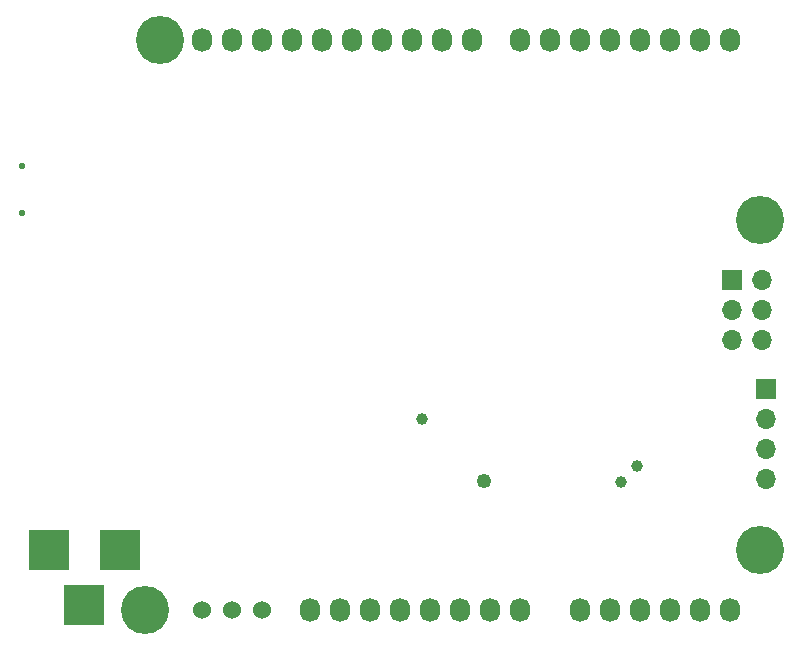
<source format=gbs>
G04 #@! TF.FileFunction,Soldermask,Bot*
%FSLAX46Y46*%
G04 Gerber Fmt 4.6, Leading zero omitted, Abs format (unit mm)*
G04 Created by KiCad (PCBNEW 4.0.7) date 04/26/18 08:03:10*
%MOMM*%
%LPD*%
G01*
G04 APERTURE LIST*
%ADD10C,0.100000*%
%ADD11R,3.500000X3.500000*%
%ADD12C,1.000000*%
%ADD13C,1.250000*%
%ADD14R,1.700000X1.700000*%
%ADD15O,1.700000X1.700000*%
%ADD16C,4.064000*%
%ADD17O,1.727200X2.032000*%
%ADD18C,0.550000*%
%ADD19C,1.524000*%
G04 APERTURE END LIST*
D10*
D11*
X122809000Y-118745000D03*
X116809000Y-118745000D03*
X119809000Y-123445000D03*
D12*
X165227000Y-113030000D03*
X166570503Y-111686497D03*
D13*
X153674347Y-112967347D03*
D12*
X148406402Y-107699402D03*
D14*
X174625000Y-95885000D03*
D15*
X177165000Y-95885000D03*
X174625000Y-98425000D03*
X177165000Y-98425000D03*
X174625000Y-100965000D03*
X177165000Y-100965000D03*
D14*
X177546000Y-105156000D03*
D15*
X177546000Y-107696000D03*
X177546000Y-110236000D03*
X177546000Y-112776000D03*
D16*
X177038000Y-90805000D03*
X177038000Y-118745000D03*
X124968000Y-123825000D03*
X126238000Y-75565000D03*
D17*
X138938000Y-123825000D03*
X141478000Y-123825000D03*
X144018000Y-123825000D03*
X146558000Y-123825000D03*
X149098000Y-123825000D03*
X151638000Y-123825000D03*
X154178000Y-123825000D03*
X156718000Y-123825000D03*
X161798000Y-123825000D03*
X164338000Y-123825000D03*
X166878000Y-123825000D03*
X169418000Y-123825000D03*
X171958000Y-123825000D03*
X174498000Y-123825000D03*
X156718000Y-75565000D03*
X159258000Y-75565000D03*
X161798000Y-75565000D03*
X164338000Y-75565000D03*
X166878000Y-75565000D03*
X169418000Y-75565000D03*
X171958000Y-75565000D03*
X174498000Y-75565000D03*
X129794000Y-75565000D03*
X132334000Y-75565000D03*
X134874000Y-75565000D03*
X137414000Y-75565000D03*
X139954000Y-75565000D03*
X142494000Y-75565000D03*
X145034000Y-75565000D03*
X147574000Y-75565000D03*
X150114000Y-75565000D03*
X152654000Y-75565000D03*
D18*
X114562000Y-86265000D03*
X114562000Y-90265000D03*
D19*
X132283000Y-123825000D03*
X134823000Y-123825000D03*
X129743000Y-123825000D03*
M02*

</source>
